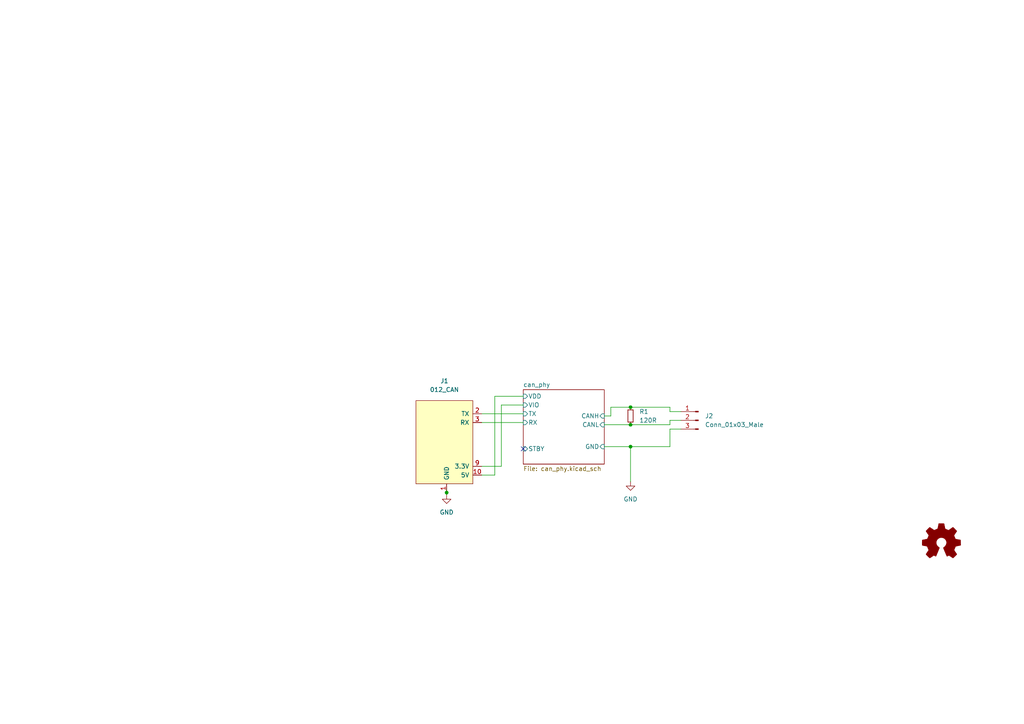
<source format=kicad_sch>
(kicad_sch (version 20211123) (generator eeschema)

  (uuid 57732dd3-1162-4c3f-88bd-31bf473d124d)

  (paper "A4")

  (lib_symbols
    (symbol "Connector:Conn_01x03_Male" (pin_names (offset 1.016) hide) (in_bom yes) (on_board yes)
      (property "Reference" "J" (id 0) (at 0 5.08 0)
        (effects (font (size 1.27 1.27)))
      )
      (property "Value" "Conn_01x03_Male" (id 1) (at 0 -5.08 0)
        (effects (font (size 1.27 1.27)))
      )
      (property "Footprint" "" (id 2) (at 0 0 0)
        (effects (font (size 1.27 1.27)) hide)
      )
      (property "Datasheet" "~" (id 3) (at 0 0 0)
        (effects (font (size 1.27 1.27)) hide)
      )
      (property "ki_keywords" "connector" (id 4) (at 0 0 0)
        (effects (font (size 1.27 1.27)) hide)
      )
      (property "ki_description" "Generic connector, single row, 01x03, script generated (kicad-library-utils/schlib/autogen/connector/)" (id 5) (at 0 0 0)
        (effects (font (size 1.27 1.27)) hide)
      )
      (property "ki_fp_filters" "Connector*:*_1x??_*" (id 6) (at 0 0 0)
        (effects (font (size 1.27 1.27)) hide)
      )
      (symbol "Conn_01x03_Male_1_1"
        (polyline
          (pts
            (xy 1.27 -2.54)
            (xy 0.8636 -2.54)
          )
          (stroke (width 0.1524) (type default) (color 0 0 0 0))
          (fill (type none))
        )
        (polyline
          (pts
            (xy 1.27 0)
            (xy 0.8636 0)
          )
          (stroke (width 0.1524) (type default) (color 0 0 0 0))
          (fill (type none))
        )
        (polyline
          (pts
            (xy 1.27 2.54)
            (xy 0.8636 2.54)
          )
          (stroke (width 0.1524) (type default) (color 0 0 0 0))
          (fill (type none))
        )
        (rectangle (start 0.8636 -2.413) (end 0 -2.667)
          (stroke (width 0.1524) (type default) (color 0 0 0 0))
          (fill (type outline))
        )
        (rectangle (start 0.8636 0.127) (end 0 -0.127)
          (stroke (width 0.1524) (type default) (color 0 0 0 0))
          (fill (type outline))
        )
        (rectangle (start 0.8636 2.667) (end 0 2.413)
          (stroke (width 0.1524) (type default) (color 0 0 0 0))
          (fill (type outline))
        )
        (pin passive line (at 5.08 2.54 180) (length 3.81)
          (name "Pin_1" (effects (font (size 1.27 1.27))))
          (number "1" (effects (font (size 1.27 1.27))))
        )
        (pin passive line (at 5.08 0 180) (length 3.81)
          (name "Pin_2" (effects (font (size 1.27 1.27))))
          (number "2" (effects (font (size 1.27 1.27))))
        )
        (pin passive line (at 5.08 -2.54 180) (length 3.81)
          (name "Pin_3" (effects (font (size 1.27 1.27))))
          (number "3" (effects (font (size 1.27 1.27))))
        )
      )
    )
    (symbol "Device:R_Small" (pin_numbers hide) (pin_names (offset 0.254) hide) (in_bom yes) (on_board yes)
      (property "Reference" "R" (id 0) (at 0.762 0.508 0)
        (effects (font (size 1.27 1.27)) (justify left))
      )
      (property "Value" "R_Small" (id 1) (at 0.762 -1.016 0)
        (effects (font (size 1.27 1.27)) (justify left))
      )
      (property "Footprint" "" (id 2) (at 0 0 0)
        (effects (font (size 1.27 1.27)) hide)
      )
      (property "Datasheet" "~" (id 3) (at 0 0 0)
        (effects (font (size 1.27 1.27)) hide)
      )
      (property "ki_keywords" "R resistor" (id 4) (at 0 0 0)
        (effects (font (size 1.27 1.27)) hide)
      )
      (property "ki_description" "Resistor, small symbol" (id 5) (at 0 0 0)
        (effects (font (size 1.27 1.27)) hide)
      )
      (property "ki_fp_filters" "R_*" (id 6) (at 0 0 0)
        (effects (font (size 1.27 1.27)) hide)
      )
      (symbol "R_Small_0_1"
        (rectangle (start -0.762 1.778) (end 0.762 -1.778)
          (stroke (width 0.2032) (type default) (color 0 0 0 0))
          (fill (type none))
        )
      )
      (symbol "R_Small_1_1"
        (pin passive line (at 0 2.54 270) (length 0.762)
          (name "~" (effects (font (size 1.27 1.27))))
          (number "1" (effects (font (size 1.27 1.27))))
        )
        (pin passive line (at 0 -2.54 90) (length 0.762)
          (name "~" (effects (font (size 1.27 1.27))))
          (number "2" (effects (font (size 1.27 1.27))))
        )
      )
    )
    (symbol "Graphic:Logo_Open_Hardware_Small" (pin_names (offset 1.016)) (in_bom yes) (on_board yes)
      (property "Reference" "#LOGO" (id 0) (at 0 6.985 0)
        (effects (font (size 1.27 1.27)) hide)
      )
      (property "Value" "Logo_Open_Hardware_Small" (id 1) (at 0 -5.715 0)
        (effects (font (size 1.27 1.27)) hide)
      )
      (property "Footprint" "" (id 2) (at 0 0 0)
        (effects (font (size 1.27 1.27)) hide)
      )
      (property "Datasheet" "~" (id 3) (at 0 0 0)
        (effects (font (size 1.27 1.27)) hide)
      )
      (property "ki_keywords" "Logo" (id 4) (at 0 0 0)
        (effects (font (size 1.27 1.27)) hide)
      )
      (property "ki_description" "Open Hardware logo, small" (id 5) (at 0 0 0)
        (effects (font (size 1.27 1.27)) hide)
      )
      (symbol "Logo_Open_Hardware_Small_0_1"
        (polyline
          (pts
            (xy 3.3528 -4.3434)
            (xy 3.302 -4.318)
            (xy 3.175 -4.2418)
            (xy 2.9972 -4.1148)
            (xy 2.7686 -3.9624)
            (xy 2.54 -3.81)
            (xy 2.3622 -3.7084)
            (xy 2.2352 -3.6068)
            (xy 2.1844 -3.5814)
            (xy 2.159 -3.6068)
            (xy 2.0574 -3.6576)
            (xy 1.905 -3.7338)
            (xy 1.8034 -3.7846)
            (xy 1.6764 -3.8354)
            (xy 1.6002 -3.8354)
            (xy 1.6002 -3.8354)
            (xy 1.5494 -3.7338)
            (xy 1.4732 -3.5306)
            (xy 1.3462 -3.302)
            (xy 1.2446 -3.0226)
            (xy 1.1176 -2.7178)
            (xy 0.9652 -2.413)
            (xy 0.8636 -2.1082)
            (xy 0.7366 -1.8288)
            (xy 0.6604 -1.6256)
            (xy 0.6096 -1.4732)
            (xy 0.5842 -1.397)
            (xy 0.5842 -1.397)
            (xy 0.6604 -1.3208)
            (xy 0.7874 -1.2446)
            (xy 1.0414 -1.016)
            (xy 1.2954 -0.6858)
            (xy 1.4478 -0.3302)
            (xy 1.524 0.0762)
            (xy 1.4732 0.4572)
            (xy 1.3208 0.8128)
            (xy 1.0668 1.143)
            (xy 0.762 1.3716)
            (xy 0.4064 1.524)
            (xy 0 1.5748)
            (xy -0.381 1.5494)
            (xy -0.7366 1.397)
            (xy -1.0668 1.143)
            (xy -1.2192 0.9906)
            (xy -1.397 0.6604)
            (xy -1.524 0.3048)
            (xy -1.524 0.2286)
            (xy -1.4986 -0.1778)
            (xy -1.397 -0.5334)
            (xy -1.1938 -0.8636)
            (xy -0.9144 -1.143)
            (xy -0.8636 -1.1684)
            (xy -0.7366 -1.27)
            (xy -0.635 -1.3462)
            (xy -0.5842 -1.397)
            (xy -1.0668 -2.5908)
            (xy -1.143 -2.794)
            (xy -1.2954 -3.1242)
            (xy -1.397 -3.4036)
            (xy -1.4986 -3.6322)
            (xy -1.5748 -3.7846)
            (xy -1.6002 -3.8354)
            (xy -1.6002 -3.8354)
            (xy -1.651 -3.8354)
            (xy -1.7272 -3.81)
            (xy -1.905 -3.7338)
            (xy -2.0066 -3.683)
            (xy -2.1336 -3.6068)
            (xy -2.2098 -3.5814)
            (xy -2.2606 -3.6068)
            (xy -2.3622 -3.683)
            (xy -2.54 -3.81)
            (xy -2.7686 -3.9624)
            (xy -2.9718 -4.0894)
            (xy -3.1496 -4.2164)
            (xy -3.302 -4.318)
            (xy -3.3528 -4.3434)
            (xy -3.3782 -4.3434)
            (xy -3.429 -4.318)
            (xy -3.5306 -4.2164)
            (xy -3.7084 -4.064)
            (xy -3.937 -3.8354)
            (xy -3.9624 -3.81)
            (xy -4.1656 -3.6068)
            (xy -4.318 -3.4544)
            (xy -4.4196 -3.3274)
            (xy -4.445 -3.2766)
            (xy -4.445 -3.2766)
            (xy -4.4196 -3.2258)
            (xy -4.318 -3.0734)
            (xy -4.2164 -2.8956)
            (xy -4.064 -2.667)
            (xy -3.6576 -2.0828)
            (xy -3.8862 -1.5494)
            (xy -3.937 -1.3716)
            (xy -4.0386 -1.1684)
            (xy -4.0894 -1.0414)
            (xy -4.1148 -0.9652)
            (xy -4.191 -0.9398)
            (xy -4.318 -0.9144)
            (xy -4.5466 -0.8636)
            (xy -4.8006 -0.8128)
            (xy -5.0546 -0.7874)
            (xy -5.2578 -0.7366)
            (xy -5.4356 -0.7112)
            (xy -5.5118 -0.6858)
            (xy -5.5118 -0.6858)
            (xy -5.5372 -0.635)
            (xy -5.5372 -0.5588)
            (xy -5.5372 -0.4318)
            (xy -5.5626 -0.2286)
            (xy -5.5626 0.0762)
            (xy -5.5626 0.127)
            (xy -5.5372 0.4064)
            (xy -5.5372 0.635)
            (xy -5.5372 0.762)
            (xy -5.5372 0.8382)
            (xy -5.5372 0.8382)
            (xy -5.461 0.8382)
            (xy -5.3086 0.889)
            (xy -5.08 0.9144)
            (xy -4.826 0.9652)
            (xy -4.8006 0.9906)
            (xy -4.5466 1.0414)
            (xy -4.318 1.0668)
            (xy -4.1656 1.1176)
            (xy -4.0894 1.143)
            (xy -4.0894 1.143)
            (xy -4.0386 1.2446)
            (xy -3.9624 1.4224)
            (xy -3.8608 1.6256)
            (xy -3.7846 1.8288)
            (xy -3.7084 2.0066)
            (xy -3.6576 2.159)
            (xy -3.6322 2.2098)
            (xy -3.6322 2.2098)
            (xy -3.683 2.286)
            (xy -3.7592 2.413)
            (xy -3.8862 2.5908)
            (xy -4.064 2.8194)
            (xy -4.064 2.8448)
            (xy -4.2164 3.0734)
            (xy -4.3434 3.2512)
            (xy -4.4196 3.3782)
            (xy -4.445 3.4544)
            (xy -4.445 3.4544)
            (xy -4.3942 3.5052)
            (xy -4.2926 3.6322)
            (xy -4.1148 3.81)
            (xy -3.937 4.0132)
            (xy -3.8608 4.064)
            (xy -3.6576 4.2926)
            (xy -3.5052 4.4196)
            (xy -3.4036 4.4958)
            (xy -3.3528 4.5212)
            (xy -3.3528 4.5212)
            (xy -3.302 4.4704)
            (xy -3.1496 4.3688)
            (xy -2.9718 4.2418)
            (xy -2.7432 4.0894)
            (xy -2.7178 4.0894)
            (xy -2.4892 3.937)
            (xy -2.3114 3.81)
            (xy -2.1844 3.7084)
            (xy -2.1336 3.683)
            (xy -2.1082 3.683)
            (xy -2.032 3.7084)
            (xy -1.8542 3.7592)
            (xy -1.6764 3.8354)
            (xy -1.4732 3.937)
            (xy -1.27 4.0132)
            (xy -1.143 4.064)
            (xy -1.0668 4.1148)
            (xy -1.0668 4.1148)
            (xy -1.0414 4.191)
            (xy -1.016 4.3434)
            (xy -0.9652 4.572)
            (xy -0.9144 4.8514)
            (xy -0.889 4.9022)
            (xy -0.8382 5.1562)
            (xy -0.8128 5.3848)
            (xy -0.7874 5.5372)
            (xy -0.762 5.588)
            (xy -0.7112 5.6134)
            (xy -0.5842 5.6134)
            (xy -0.4064 5.6134)
            (xy -0.1524 5.6134)
            (xy 0.0762 5.6134)
            (xy 0.3302 5.6134)
            (xy 0.5334 5.6134)
            (xy 0.6858 5.588)
            (xy 0.7366 5.588)
            (xy 0.7366 5.588)
            (xy 0.762 5.5118)
            (xy 0.8128 5.334)
            (xy 0.8382 5.1054)
            (xy 0.9144 4.826)
            (xy 0.9144 4.7752)
            (xy 0.9652 4.5212)
            (xy 1.016 4.2926)
            (xy 1.0414 4.1402)
            (xy 1.0668 4.0894)
            (xy 1.0668 4.0894)
            (xy 1.1938 4.0386)
            (xy 1.3716 3.9624)
            (xy 1.5748 3.8608)
            (xy 2.0828 3.6576)
            (xy 2.7178 4.0894)
            (xy 2.7686 4.1402)
            (xy 2.9972 4.2926)
            (xy 3.175 4.4196)
            (xy 3.302 4.4958)
            (xy 3.3782 4.5212)
            (xy 3.3782 4.5212)
            (xy 3.429 4.4704)
            (xy 3.556 4.3434)
            (xy 3.7338 4.191)
            (xy 3.9116 3.9878)
            (xy 4.064 3.8354)
            (xy 4.2418 3.6576)
            (xy 4.3434 3.556)
            (xy 4.4196 3.4798)
            (xy 4.4196 3.429)
            (xy 4.4196 3.4036)
            (xy 4.3942 3.3274)
            (xy 4.2926 3.2004)
            (xy 4.1656 2.9972)
            (xy 4.0132 2.794)
            (xy 3.8862 2.5908)
            (xy 3.7592 2.3876)
            (xy 3.6576 2.2352)
            (xy 3.6322 2.159)
            (xy 3.6322 2.1336)
            (xy 3.683 2.0066)
            (xy 3.7592 1.8288)
            (xy 3.8608 1.6002)
            (xy 4.064 1.1176)
            (xy 4.3942 1.0414)
            (xy 4.5974 1.016)
            (xy 4.8768 0.9652)
            (xy 5.1308 0.9144)
            (xy 5.5372 0.8382)
            (xy 5.5626 -0.6604)
            (xy 5.4864 -0.6858)
            (xy 5.4356 -0.6858)
            (xy 5.2832 -0.7366)
            (xy 5.0546 -0.762)
            (xy 4.8006 -0.8128)
            (xy 4.5974 -0.8636)
            (xy 4.3688 -0.9144)
            (xy 4.2164 -0.9398)
            (xy 4.1402 -0.9398)
            (xy 4.1148 -0.9652)
            (xy 4.064 -1.0668)
            (xy 3.9878 -1.2446)
            (xy 3.9116 -1.4478)
            (xy 3.81 -1.651)
            (xy 3.7338 -1.8542)
            (xy 3.683 -2.0066)
            (xy 3.6576 -2.0828)
            (xy 3.683 -2.1336)
            (xy 3.7846 -2.2606)
            (xy 3.8862 -2.4638)
            (xy 4.0386 -2.667)
            (xy 4.191 -2.8956)
            (xy 4.318 -3.0734)
            (xy 4.3942 -3.2004)
            (xy 4.445 -3.2766)
            (xy 4.4196 -3.3274)
            (xy 4.3434 -3.429)
            (xy 4.1656 -3.5814)
            (xy 3.937 -3.8354)
            (xy 3.8862 -3.8608)
            (xy 3.683 -4.064)
            (xy 3.5306 -4.2164)
            (xy 3.4036 -4.318)
            (xy 3.3528 -4.3434)
          )
          (stroke (width 0) (type default) (color 0 0 0 0))
          (fill (type outline))
        )
      )
    )
    (symbol "power:GND" (power) (pin_names (offset 0)) (in_bom yes) (on_board yes)
      (property "Reference" "#PWR" (id 0) (at 0 -6.35 0)
        (effects (font (size 1.27 1.27)) hide)
      )
      (property "Value" "GND" (id 1) (at 0 -3.81 0)
        (effects (font (size 1.27 1.27)))
      )
      (property "Footprint" "" (id 2) (at 0 0 0)
        (effects (font (size 1.27 1.27)) hide)
      )
      (property "Datasheet" "" (id 3) (at 0 0 0)
        (effects (font (size 1.27 1.27)) hide)
      )
      (property "ki_keywords" "power-flag" (id 4) (at 0 0 0)
        (effects (font (size 1.27 1.27)) hide)
      )
      (property "ki_description" "Power symbol creates a global label with name \"GND\" , ground" (id 5) (at 0 0 0)
        (effects (font (size 1.27 1.27)) hide)
      )
      (symbol "GND_0_1"
        (polyline
          (pts
            (xy 0 0)
            (xy 0 -1.27)
            (xy 1.27 -1.27)
            (xy 0 -2.54)
            (xy -1.27 -1.27)
            (xy 0 -1.27)
          )
          (stroke (width 0) (type default) (color 0 0 0 0))
          (fill (type none))
        )
      )
      (symbol "GND_1_1"
        (pin power_in line (at 0 0 270) (length 0) hide
          (name "GND" (effects (font (size 1.27 1.27))))
          (number "1" (effects (font (size 1.27 1.27))))
        )
      )
    )
    (symbol "put_on_edge:012_CAN" (pin_names (offset 1.016)) (in_bom yes) (on_board yes)
      (property "Reference" "J" (id 0) (at -1.27 12.7 0)
        (effects (font (size 1.27 1.27)))
      )
      (property "Value" "012_CAN" (id 1) (at 10.16 12.7 0)
        (effects (font (size 1.27 1.27)))
      )
      (property "Footprint" "" (id 2) (at 7.62 16.51 0)
        (effects (font (size 1.27 1.27)) hide)
      )
      (property "Datasheet" "" (id 3) (at 7.62 16.51 0)
        (effects (font (size 1.27 1.27)) hide)
      )
      (symbol "012_CAN_0_1"
        (rectangle (start -7.62 11.43) (end 8.89 -12.7)
          (stroke (width 0) (type default) (color 0 0 0 0))
          (fill (type background))
        )
      )
      (symbol "012_CAN_1_1"
        (pin power_in line (at 0 -15.24 90) (length 2.54)
          (name "GND" (effects (font (size 1.27 1.27))))
          (number "1" (effects (font (size 1.27 1.27))))
        )
        (pin power_in line (at -10.16 -10.16 0) (length 2.54)
          (name "5V" (effects (font (size 1.27 1.27))))
          (number "10" (effects (font (size 1.27 1.27))))
        )
        (pin bidirectional line (at -10.16 7.62 0) (length 2.54)
          (name "TX" (effects (font (size 1.27 1.27))))
          (number "2" (effects (font (size 1.27 1.27))))
        )
        (pin bidirectional line (at -10.16 5.08 0) (length 2.54)
          (name "RX" (effects (font (size 1.27 1.27))))
          (number "3" (effects (font (size 1.27 1.27))))
        )
        (pin power_in line (at -10.16 -7.62 0) (length 2.54)
          (name "3.3V" (effects (font (size 1.27 1.27))))
          (number "9" (effects (font (size 1.27 1.27))))
        )
      )
    )
  )

  (junction (at 182.88 118.11) (diameter 0) (color 0 0 0 0)
    (uuid 01f47d11-6061-4ecd-97eb-aeb0913557b1)
  )
  (junction (at 182.88 129.54) (diameter 0) (color 0 0 0 0)
    (uuid 292e71d8-024b-4998-8db5-87c769782673)
  )
  (junction (at 182.88 123.19) (diameter 0) (color 0 0 0 0)
    (uuid 500fba31-bd4e-4f74-92b6-06ce63c9dc3c)
  )
  (junction (at 129.54 142.875) (diameter 0) (color 0 0 0 0)
    (uuid e53d4cda-0fa2-40a6-8525-dc7e5026e266)
  )

  (no_connect (at 151.765 130.175) (uuid 5005526c-371a-4878-9beb-17d7a53acb47))

  (wire (pts (xy 197.485 121.92) (xy 194.31 121.92))
    (stroke (width 0) (type default) (color 0 0 0 0))
    (uuid 018c7dfe-efde-467a-bd8f-9296860c73a4)
  )
  (wire (pts (xy 182.88 118.11) (xy 194.31 118.11))
    (stroke (width 0) (type default) (color 0 0 0 0))
    (uuid 07987336-ef59-4296-b256-a0b7923ec0cf)
  )
  (wire (pts (xy 139.7 120.015) (xy 151.765 120.015))
    (stroke (width 0) (type default) (color 0 0 0 0))
    (uuid 2f04ff75-6bbd-4a93-a991-9de295a42680)
  )
  (wire (pts (xy 194.31 123.19) (xy 182.88 123.19))
    (stroke (width 0) (type default) (color 0 0 0 0))
    (uuid 4a6cca41-b968-4d18-b0af-02cbe78104b3)
  )
  (wire (pts (xy 182.88 129.54) (xy 182.88 139.7))
    (stroke (width 0) (type default) (color 0 0 0 0))
    (uuid 5a1fc14d-1d6f-444c-82b2-77ce3f0eeb3f)
  )
  (wire (pts (xy 175.26 120.65) (xy 177.165 120.65))
    (stroke (width 0) (type default) (color 0 0 0 0))
    (uuid 6339ad8f-7f68-4b36-ada1-db2e3d599322)
  )
  (wire (pts (xy 177.165 118.11) (xy 182.88 118.11))
    (stroke (width 0) (type default) (color 0 0 0 0))
    (uuid 636edad5-c2c1-4ac7-ac9e-eef30582d567)
  )
  (wire (pts (xy 143.51 137.795) (xy 139.7 137.795))
    (stroke (width 0) (type default) (color 0 0 0 0))
    (uuid 68c228ce-8e02-45f5-b5f1-ddaa4577b71f)
  )
  (wire (pts (xy 194.31 118.11) (xy 194.31 119.38))
    (stroke (width 0) (type default) (color 0 0 0 0))
    (uuid 6e6f7c30-ee8c-486f-818f-567b80d5673d)
  )
  (wire (pts (xy 151.765 114.935) (xy 143.51 114.935))
    (stroke (width 0) (type default) (color 0 0 0 0))
    (uuid 79fdcfe7-7f5f-4047-9d38-bb5734da8199)
  )
  (wire (pts (xy 194.31 119.38) (xy 197.485 119.38))
    (stroke (width 0) (type default) (color 0 0 0 0))
    (uuid 86955589-ddff-4932-9356-17fa7bab8058)
  )
  (wire (pts (xy 177.165 120.65) (xy 177.165 118.11))
    (stroke (width 0) (type default) (color 0 0 0 0))
    (uuid 8d599788-e9ff-4d30-82d6-2e4ad15bc82d)
  )
  (wire (pts (xy 143.51 114.935) (xy 143.51 137.795))
    (stroke (width 0) (type default) (color 0 0 0 0))
    (uuid 8d7a3f53-ad1f-491a-a50e-db7ff729eb25)
  )
  (wire (pts (xy 129.54 142.875) (xy 129.54 143.51))
    (stroke (width 0) (type default) (color 0 0 0 0))
    (uuid 8e025495-11d8-488d-b780-6fc6aa1b26a9)
  )
  (wire (pts (xy 151.765 117.475) (xy 145.415 117.475))
    (stroke (width 0) (type default) (color 0 0 0 0))
    (uuid 924fba4a-4a9b-45e2-b061-914d22177c9e)
  )
  (wire (pts (xy 175.26 129.54) (xy 182.88 129.54))
    (stroke (width 0) (type default) (color 0 0 0 0))
    (uuid b5f50e6e-6728-4454-96f5-44e0bc388ce5)
  )
  (wire (pts (xy 197.485 124.46) (xy 194.31 124.46))
    (stroke (width 0) (type default) (color 0 0 0 0))
    (uuid b6c9356c-c28b-45e2-af52-c7b447b6c3ad)
  )
  (wire (pts (xy 194.31 124.46) (xy 194.31 129.54))
    (stroke (width 0) (type default) (color 0 0 0 0))
    (uuid bb091c82-98ec-442c-b840-4c31f0a0bf96)
  )
  (wire (pts (xy 194.31 121.92) (xy 194.31 123.19))
    (stroke (width 0) (type default) (color 0 0 0 0))
    (uuid d3f547cc-00bd-41a2-aaf9-0ea58776c468)
  )
  (wire (pts (xy 145.415 117.475) (xy 145.415 135.255))
    (stroke (width 0) (type default) (color 0 0 0 0))
    (uuid d8333517-0d3d-4dcf-a161-ef9d17e13301)
  )
  (wire (pts (xy 139.7 122.555) (xy 151.765 122.555))
    (stroke (width 0) (type default) (color 0 0 0 0))
    (uuid d91f58bc-f524-4ed6-b41d-0dd0498187c8)
  )
  (wire (pts (xy 145.415 135.255) (xy 139.7 135.255))
    (stroke (width 0) (type default) (color 0 0 0 0))
    (uuid db6a6467-b291-4bc7-94a5-03c2b04d4a31)
  )
  (wire (pts (xy 182.88 123.19) (xy 175.26 123.19))
    (stroke (width 0) (type default) (color 0 0 0 0))
    (uuid dd95a1ae-b85b-4e74-88cc-54de94683af5)
  )
  (wire (pts (xy 194.31 129.54) (xy 182.88 129.54))
    (stroke (width 0) (type default) (color 0 0 0 0))
    (uuid e15f9945-f9f9-4a41-bcba-f9d45c6e2c2d)
  )
  (wire (pts (xy 129.54 141.605) (xy 129.54 142.875))
    (stroke (width 0) (type default) (color 0 0 0 0))
    (uuid f23ba24f-941d-45f7-a78f-fdf5978bd605)
  )

  (symbol (lib_id "put_on_edge:012_CAN") (at 129.54 127.635 0) (mirror y) (unit 1)
    (in_bom yes) (on_board yes) (fields_autoplaced)
    (uuid 212d930c-debb-4008-a65c-5cfa0cb26ccf)
    (property "Reference" "J1" (id 0) (at 128.905 110.49 0))
    (property "Value" "012_CAN" (id 1) (at 128.905 113.03 0))
    (property "Footprint" "on_edge:on_edge_2x05_device" (id 2) (at 121.92 111.125 0)
      (effects (font (size 1.27 1.27)) hide)
    )
    (property "Datasheet" "" (id 3) (at 121.92 111.125 0)
      (effects (font (size 1.27 1.27)) hide)
    )
    (pin "1" (uuid 8322e83c-0859-4b68-8569-24ba3f30000b))
    (pin "10" (uuid e38f0cfe-0d3c-46e1-bdd9-5f58eaf5a070))
    (pin "2" (uuid 855fa30f-ed72-42d3-bcfa-f2299d1a8099))
    (pin "3" (uuid f9d6a1c4-0579-4294-9083-73532f0dc3b8))
    (pin "9" (uuid d1b28c46-cbc8-4eda-aba2-3bf2aa78f0db))
  )

  (symbol (lib_id "Device:R_Small") (at 182.88 120.65 0) (unit 1)
    (in_bom yes) (on_board yes) (fields_autoplaced)
    (uuid 7f5c5d5f-bf9b-4e1c-bd1a-357b00f5fff6)
    (property "Reference" "R1" (id 0) (at 185.42 119.3799 0)
      (effects (font (size 1.27 1.27)) (justify left))
    )
    (property "Value" "120R" (id 1) (at 185.42 121.9199 0)
      (effects (font (size 1.27 1.27)) (justify left))
    )
    (property "Footprint" "Resistor_SMD:R_0805_2012Metric" (id 2) (at 182.88 120.65 0)
      (effects (font (size 1.27 1.27)) hide)
    )
    (property "Datasheet" "~" (id 3) (at 182.88 120.65 0)
      (effects (font (size 1.27 1.27)) hide)
    )
    (pin "1" (uuid a5b08f00-bbb4-48f8-b2fa-a4cd1c47badd))
    (pin "2" (uuid efc30cfd-27a1-450b-9c38-4fc145d040f4))
  )

  (symbol (lib_id "power:GND") (at 182.88 139.7 0) (unit 1)
    (in_bom yes) (on_board yes) (fields_autoplaced)
    (uuid 971afa99-5d33-4a72-a8e1-edd3c45138ed)
    (property "Reference" "#PWR0102" (id 0) (at 182.88 146.05 0)
      (effects (font (size 1.27 1.27)) hide)
    )
    (property "Value" "GND" (id 1) (at 182.88 144.78 0))
    (property "Footprint" "" (id 2) (at 182.88 139.7 0)
      (effects (font (size 1.27 1.27)) hide)
    )
    (property "Datasheet" "" (id 3) (at 182.88 139.7 0)
      (effects (font (size 1.27 1.27)) hide)
    )
    (pin "1" (uuid 0e12e353-ffd6-4e27-8957-653e209f57b0))
  )

  (symbol (lib_id "Graphic:Logo_Open_Hardware_Small") (at 273.05 157.48 0) (unit 1)
    (in_bom yes) (on_board yes) (fields_autoplaced)
    (uuid b72b6f4a-7489-40f2-bb90-d75ae01aa368)
    (property "Reference" "LOGO1" (id 0) (at 273.05 150.495 0)
      (effects (font (size 1.27 1.27)) hide)
    )
    (property "Value" "Logo_Open_Hardware_Small" (id 1) (at 273.05 163.195 0)
      (effects (font (size 1.27 1.27)) hide)
    )
    (property "Footprint" "Symbol:OSHW-Symbol_6.7x6mm_SilkScreen" (id 2) (at 273.05 157.48 0)
      (effects (font (size 1.27 1.27)) hide)
    )
    (property "Datasheet" "~" (id 3) (at 273.05 157.48 0)
      (effects (font (size 1.27 1.27)) hide)
    )
  )

  (symbol (lib_id "power:GND") (at 129.54 143.51 0) (unit 1)
    (in_bom yes) (on_board yes) (fields_autoplaced)
    (uuid ba9dee24-d6e0-4f1a-9425-8e30ee97f77a)
    (property "Reference" "#PWR0101" (id 0) (at 129.54 149.86 0)
      (effects (font (size 1.27 1.27)) hide)
    )
    (property "Value" "GND" (id 1) (at 129.54 148.59 0))
    (property "Footprint" "" (id 2) (at 129.54 143.51 0)
      (effects (font (size 1.27 1.27)) hide)
    )
    (property "Datasheet" "" (id 3) (at 129.54 143.51 0)
      (effects (font (size 1.27 1.27)) hide)
    )
    (pin "1" (uuid 52e83a88-b571-44dd-8c02-7c62eee2576c))
  )

  (symbol (lib_id "Connector:Conn_01x03_Male") (at 202.565 121.92 0) (mirror y) (unit 1)
    (in_bom yes) (on_board yes) (fields_autoplaced)
    (uuid c07b5eba-df81-4334-b222-67ce7e565008)
    (property "Reference" "J2" (id 0) (at 204.47 120.6499 0)
      (effects (font (size 1.27 1.27)) (justify right))
    )
    (property "Value" "Conn_01x03_Male" (id 1) (at 204.47 123.1899 0)
      (effects (font (size 1.27 1.27)) (justify right))
    )
    (property "Footprint" "Connector_PinHeader_2.54mm:PinHeader_1x03_P2.54mm_Vertical" (id 2) (at 202.565 121.92 0)
      (effects (font (size 1.27 1.27)) hide)
    )
    (property "Datasheet" "~" (id 3) (at 202.565 121.92 0)
      (effects (font (size 1.27 1.27)) hide)
    )
    (pin "1" (uuid 61e06b72-ba23-4e2a-919e-728c4fa9ddc4))
    (pin "2" (uuid 2bcf86b2-8b31-47bf-a257-c1c43ac3f06c))
    (pin "3" (uuid 15602533-a434-43d7-a4ef-342b33e4eb9f))
  )

  (sheet (at 151.765 113.03) (size 23.495 21.59) (fields_autoplaced)
    (stroke (width 0.1524) (type solid) (color 0 0 0 0))
    (fill (color 0 0 0 0.0000))
    (uuid 767ce4c6-0e55-4543-92f0-34cb8237a544)
    (property "Sheet name" "can_phy" (id 0) (at 151.765 112.3184 0)
      (effects (font (size 1.27 1.27)) (justify left bottom))
    )
    (property "Sheet file" "can_phy.kicad_sch" (id 1) (at 151.765 135.2046 0)
      (effects (font (size 1.27 1.27)) (justify left top))
    )
    (pin "GND" input (at 175.26 129.54 0)
      (effects (font (size 1.27 1.27)) (justify right))
      (uuid 466cf29f-04d2-4303-aa26-8ec28548d2f2)
    )
    (pin "TX" input (at 151.765 120.015 180)
      (effects (font (size 1.27 1.27)) (justify left))
      (uuid a9008fe0-921b-4432-9b6a-7801f4f5d5f4)
    )
    (pin "RX" input (at 151.765 122.555 180)
      (effects (font (size 1.27 1.27)) (justify left))
      (uuid 63d1deb7-dfab-44f7-b95d-9d2c86db7feb)
    )
    (pin "VDD" input (at 151.765 114.935 180)
      (effects (font (size 1.27 1.27)) (justify left))
      (uuid 7fa0a1c7-dc26-42bb-80a7-c2fb459d6a2e)
    )
    (pin "VIO" input (at 151.765 117.475 180)
      (effects (font (size 1.27 1.27)) (justify left))
      (uuid 1741524b-65b2-410c-a16c-807333952a42)
    )
    (pin "STBY" input (at 151.765 130.175 180)
      (effects (font (size 1.27 1.27)) (justify left))
      (uuid 97b18059-4023-4a22-b351-207b7047f252)
    )
    (pin "CANH" input (at 175.26 120.65 0)
      (effects (font (size 1.27 1.27)) (justify right))
      (uuid 917cf294-5b11-419c-b655-9ba8fa990b35)
    )
    (pin "CANL" input (at 175.26 123.19 0)
      (effects (font (size 1.27 1.27)) (justify right))
      (uuid 56ad6473-c9b6-4226-9e64-300f34453c29)
    )
  )

  (sheet_instances
    (path "/" (page "1"))
    (path "/767ce4c6-0e55-4543-92f0-34cb8237a544" (page "2"))
  )

  (symbol_instances
    (path "/ba9dee24-d6e0-4f1a-9425-8e30ee97f77a"
      (reference "#PWR0101") (unit 1) (value "GND") (footprint "")
    )
    (path "/971afa99-5d33-4a72-a8e1-edd3c45138ed"
      (reference "#PWR0102") (unit 1) (value "GND") (footprint "")
    )
    (path "/767ce4c6-0e55-4543-92f0-34cb8237a544/8334e961-2b14-4d2f-9b96-2fa9d1a1a108"
      (reference "C1") (unit 1) (value "1uF") (footprint "Capacitor_SMD:C_0603_1608Metric")
    )
    (path "/767ce4c6-0e55-4543-92f0-34cb8237a544/5c4f67fa-cbed-4638-b9ea-fb50df07e49a"
      (reference "C2") (unit 1) (value "1uF") (footprint "Capacitor_SMD:C_0603_1608Metric")
    )
    (path "/767ce4c6-0e55-4543-92f0-34cb8237a544/78ca576f-6efe-440b-9485-cf01fbcb7180"
      (reference "C3") (unit 1) (value "1uF") (footprint "Capacitor_SMD:C_0603_1608Metric")
    )
    (path "/767ce4c6-0e55-4543-92f0-34cb8237a544/c6cfaf97-5b1a-4835-8198-48ec12c16e1d"
      (reference "C4") (unit 1) (value "1uF") (footprint "Capacitor_SMD:C_0603_1608Metric")
    )
    (path "/212d930c-debb-4008-a65c-5cfa0cb26ccf"
      (reference "J1") (unit 1) (value "012_CAN") (footprint "on_edge:on_edge_2x05_device")
    )
    (path "/c07b5eba-df81-4334-b222-67ce7e565008"
      (reference "J2") (unit 1) (value "Conn_01x03_Male") (footprint "Connector_PinHeader_2.54mm:PinHeader_1x03_P2.54mm_Vertical")
    )
    (path "/b72b6f4a-7489-40f2-bb90-d75ae01aa368"
      (reference "LOGO1") (unit 1) (value "Logo_Open_Hardware_Small") (footprint "Symbol:OSHW-Symbol_6.7x6mm_SilkScreen")
    )
    (path "/7f5c5d5f-bf9b-4e1c-bd1a-357b00f5fff6"
      (reference "R1") (unit 1) (value "120R") (footprint "Resistor_SMD:R_0805_2012Metric")
    )
    (path "/767ce4c6-0e55-4543-92f0-34cb8237a544/357c3af6-a264-48b2-8dc9-48fbf69e39a6"
      (reference "U1") (unit 1) (value "MCP2542FDT") (footprint "Package_SO:SOIC-8_3.9x4.9mm_P1.27mm")
    )
  )
)

</source>
